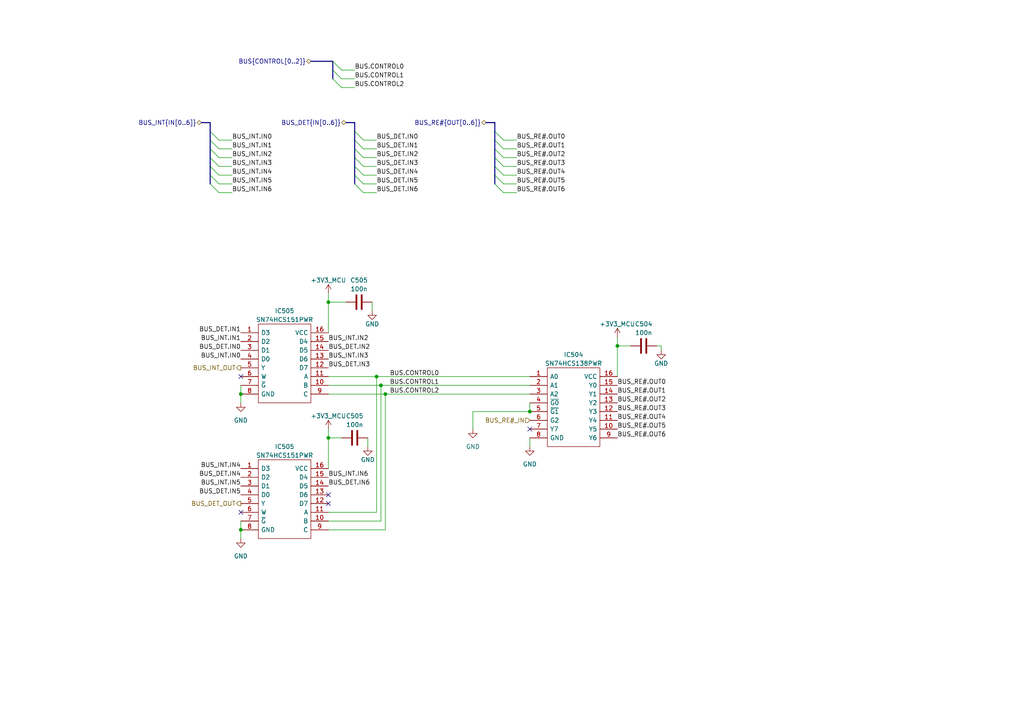
<source format=kicad_sch>
(kicad_sch (version 20221004) (generator eeschema)

  (uuid 157147ce-955a-4923-9a01-7e7ab0ffaa01)

  (paper "A4")

  (title_block
    (title "Bus interrupts, detection and resets")
    (date "2022-11-26")
  )

  (lib_symbols
    (symbol "Device:C" (pin_numbers hide) (pin_names (offset 0.254)) (in_bom yes) (on_board yes)
      (property "Reference" "C" (at 0.635 2.54 0)
        (effects (font (size 1.27 1.27)) (justify left))
      )
      (property "Value" "C" (at 0.635 -2.54 0)
        (effects (font (size 1.27 1.27)) (justify left))
      )
      (property "Footprint" "" (at 0.9652 -3.81 0)
        (effects (font (size 1.27 1.27)) hide)
      )
      (property "Datasheet" "~" (at 0 0 0)
        (effects (font (size 1.27 1.27)) hide)
      )
      (property "ki_keywords" "cap capacitor" (at 0 0 0)
        (effects (font (size 1.27 1.27)) hide)
      )
      (property "ki_description" "Unpolarized capacitor" (at 0 0 0)
        (effects (font (size 1.27 1.27)) hide)
      )
      (property "ki_fp_filters" "C_*" (at 0 0 0)
        (effects (font (size 1.27 1.27)) hide)
      )
      (symbol "C_0_1"
        (polyline
          (pts
            (xy -2.032 -0.762)
            (xy 2.032 -0.762)
          )
          (stroke (width 0.508) (type default))
          (fill (type none))
        )
        (polyline
          (pts
            (xy -2.032 0.762)
            (xy 2.032 0.762)
          )
          (stroke (width 0.508) (type default))
          (fill (type none))
        )
      )
      (symbol "C_1_1"
        (pin passive line (at 0 3.81 270) (length 2.794)
          (name "~" (effects (font (size 1.27 1.27))))
          (number "1" (effects (font (size 1.27 1.27))))
        )
        (pin passive line (at 0 -3.81 90) (length 2.794)
          (name "~" (effects (font (size 1.27 1.27))))
          (number "2" (effects (font (size 1.27 1.27))))
        )
      )
    )
    (symbol "SN74HCS138PWR:SN74HCS138PWR" (pin_names (offset 0.762)) (in_bom yes) (on_board yes)
      (property "Reference" "IC" (at 21.59 7.62 0)
        (effects (font (size 1.27 1.27)) (justify left))
      )
      (property "Value" "SN74HCS138PWR" (at 21.59 5.08 0)
        (effects (font (size 1.27 1.27)) (justify left))
      )
      (property "Footprint" "SOP65P640X120-16N" (at 21.59 2.54 0)
        (effects (font (size 1.27 1.27)) (justify left) hide)
      )
      (property "Datasheet" "https://www.ti.com/lit/gpn/sn74hcs138" (at 21.59 0 0)
        (effects (font (size 1.27 1.27)) (justify left) hide)
      )
      (property "Description" "Encoders, Decoders, Multiplexers & Demultiplexers 3-line to 8-line decoders/demultiplexer 16-TSSOP -40 to 125" (at 21.59 -2.54 0)
        (effects (font (size 1.27 1.27)) (justify left) hide)
      )
      (property "Height" "1.2" (at 21.59 -5.08 0)
        (effects (font (size 1.27 1.27)) (justify left) hide)
      )
      (property "Manufacturer_Name" "Texas Instruments" (at 21.59 -7.62 0)
        (effects (font (size 1.27 1.27)) (justify left) hide)
      )
      (property "Manufacturer_Part_Number" "SN74HCS138PWR" (at 21.59 -10.16 0)
        (effects (font (size 1.27 1.27)) (justify left) hide)
      )
      (property "Mouser Part Number" "595-SN74HCS138PWR" (at 21.59 -12.7 0)
        (effects (font (size 1.27 1.27)) (justify left) hide)
      )
      (property "Mouser Price/Stock" "https://www.mouser.co.uk/ProductDetail/Texas-Instruments/SN74HCS138PWR?qs=DPoM0jnrROWeaotPs36QqA%3D%3D" (at 21.59 -15.24 0)
        (effects (font (size 1.27 1.27)) (justify left) hide)
      )
      (property "Arrow Part Number" "SN74HCS138PWR" (at 21.59 -17.78 0)
        (effects (font (size 1.27 1.27)) (justify left) hide)
      )
      (property "Arrow Price/Stock" "https://www.arrow.com/en/products/sn74hcs138pwr/texas-instruments" (at 21.59 -20.32 0)
        (effects (font (size 1.27 1.27)) (justify left) hide)
      )
      (property "ki_description" "Encoders, Decoders, Multiplexers & Demultiplexers 3-line to 8-line decoders/demultiplexer 16-TSSOP -40 to 125" (at 0 0 0)
        (effects (font (size 1.27 1.27)) hide)
      )
      (symbol "SN74HCS138PWR_0_0"
        (pin passive line (at 0 0 0) (length 5.08)
          (name "A0" (effects (font (size 1.27 1.27))))
          (number "1" (effects (font (size 1.27 1.27))))
        )
        (pin passive line (at 25.4 -15.24 180) (length 5.08)
          (name "Y5" (effects (font (size 1.27 1.27))))
          (number "10" (effects (font (size 1.27 1.27))))
        )
        (pin passive line (at 25.4 -12.7 180) (length 5.08)
          (name "Y4" (effects (font (size 1.27 1.27))))
          (number "11" (effects (font (size 1.27 1.27))))
        )
        (pin passive line (at 25.4 -10.16 180) (length 5.08)
          (name "Y3" (effects (font (size 1.27 1.27))))
          (number "12" (effects (font (size 1.27 1.27))))
        )
        (pin passive line (at 25.4 -7.62 180) (length 5.08)
          (name "Y2" (effects (font (size 1.27 1.27))))
          (number "13" (effects (font (size 1.27 1.27))))
        )
        (pin passive line (at 25.4 -5.08 180) (length 5.08)
          (name "Y1" (effects (font (size 1.27 1.27))))
          (number "14" (effects (font (size 1.27 1.27))))
        )
        (pin passive line (at 25.4 -2.54 180) (length 5.08)
          (name "Y0" (effects (font (size 1.27 1.27))))
          (number "15" (effects (font (size 1.27 1.27))))
        )
        (pin passive line (at 25.4 0 180) (length 5.08)
          (name "VCC" (effects (font (size 1.27 1.27))))
          (number "16" (effects (font (size 1.27 1.27))))
        )
        (pin passive line (at 0 -2.54 0) (length 5.08)
          (name "A1" (effects (font (size 1.27 1.27))))
          (number "2" (effects (font (size 1.27 1.27))))
        )
        (pin passive line (at 0 -5.08 0) (length 5.08)
          (name "A2" (effects (font (size 1.27 1.27))))
          (number "3" (effects (font (size 1.27 1.27))))
        )
        (pin passive line (at 0 -7.62 0) (length 5.08)
          (name "~{G0}" (effects (font (size 1.27 1.27))))
          (number "4" (effects (font (size 1.27 1.27))))
        )
        (pin passive line (at 0 -10.16 0) (length 5.08)
          (name "~{G1}" (effects (font (size 1.27 1.27))))
          (number "5" (effects (font (size 1.27 1.27))))
        )
        (pin passive line (at 0 -12.7 0) (length 5.08)
          (name "G2" (effects (font (size 1.27 1.27))))
          (number "6" (effects (font (size 1.27 1.27))))
        )
        (pin passive line (at 0 -15.24 0) (length 5.08)
          (name "Y7" (effects (font (size 1.27 1.27))))
          (number "7" (effects (font (size 1.27 1.27))))
        )
        (pin passive line (at 0 -17.78 0) (length 5.08)
          (name "GND" (effects (font (size 1.27 1.27))))
          (number "8" (effects (font (size 1.27 1.27))))
        )
        (pin passive line (at 25.4 -17.78 180) (length 5.08)
          (name "Y6" (effects (font (size 1.27 1.27))))
          (number "9" (effects (font (size 1.27 1.27))))
        )
      )
      (symbol "SN74HCS138PWR_0_1"
        (polyline
          (pts
            (xy 5.08 2.54)
            (xy 20.32 2.54)
            (xy 20.32 -20.32)
            (xy 5.08 -20.32)
            (xy 5.08 2.54)
          )
          (stroke (width 0.1524) (type solid))
          (fill (type none))
        )
      )
    )
    (symbol "SN74HCS151PWR:SN74HCS151PWR" (pin_names (offset 0.762)) (in_bom yes) (on_board yes)
      (property "Reference" "IC" (at 21.59 7.62 0)
        (effects (font (size 1.27 1.27)) (justify left))
      )
      (property "Value" "SN74HCS151PWR" (at 21.59 5.08 0)
        (effects (font (size 1.27 1.27)) (justify left))
      )
      (property "Footprint" "SOP65P640X120-16N" (at 21.59 2.54 0)
        (effects (font (size 1.27 1.27)) (justify left) hide)
      )
      (property "Datasheet" "https://www.ti.com/lit/ds/symlink/sn74hcs151.pdf?ts=1603161259838&ref_url=https%253A%252F%252Fwww.ti.com%252Fstore%252Fti%252Fen%252Fsearch%252F%253Ftext%253DSN74HCS151PWR%2526searchType%253D" (at 21.59 0 0)
        (effects (font (size 1.27 1.27)) (justify left) hide)
      )
      (property "Description" "Encoders, Decoders, Multiplexers & Demultiplexers 8-line to 1-line data selectors/multiplexers 16-TSSOP -40 to 125" (at 21.59 -2.54 0)
        (effects (font (size 1.27 1.27)) (justify left) hide)
      )
      (property "Height" "1.2" (at 21.59 -5.08 0)
        (effects (font (size 1.27 1.27)) (justify left) hide)
      )
      (property "Manufacturer_Name" "Texas Instruments" (at 21.59 -7.62 0)
        (effects (font (size 1.27 1.27)) (justify left) hide)
      )
      (property "Manufacturer_Part_Number" "SN74HCS151PWR" (at 21.59 -10.16 0)
        (effects (font (size 1.27 1.27)) (justify left) hide)
      )
      (property "Mouser Part Number" "595-SN74HCS151PWR" (at 21.59 -12.7 0)
        (effects (font (size 1.27 1.27)) (justify left) hide)
      )
      (property "Mouser Price/Stock" "https://www.mouser.co.uk/ProductDetail/Texas-Instruments/SN74HCS151PWR?qs=zW32dvEIR3ueZaxDUqCoEw%3D%3D" (at 21.59 -15.24 0)
        (effects (font (size 1.27 1.27)) (justify left) hide)
      )
      (property "Arrow Part Number" "SN74HCS151PWR" (at 21.59 -17.78 0)
        (effects (font (size 1.27 1.27)) (justify left) hide)
      )
      (property "Arrow Price/Stock" "https://www.arrow.com/en/products/sn74hcs151pwr/texas-instruments?region=nac" (at 21.59 -20.32 0)
        (effects (font (size 1.27 1.27)) (justify left) hide)
      )
      (property "ki_description" "Encoders, Decoders, Multiplexers & Demultiplexers 8-line to 1-line data selectors/multiplexers 16-TSSOP -40 to 125" (at 0 0 0)
        (effects (font (size 1.27 1.27)) hide)
      )
      (symbol "SN74HCS151PWR_0_0"
        (pin passive line (at 0 0 0) (length 5.08)
          (name "D3" (effects (font (size 1.27 1.27))))
          (number "1" (effects (font (size 1.27 1.27))))
        )
        (pin passive line (at 25.4 -15.24 180) (length 5.08)
          (name "B" (effects (font (size 1.27 1.27))))
          (number "10" (effects (font (size 1.27 1.27))))
        )
        (pin passive line (at 25.4 -12.7 180) (length 5.08)
          (name "A" (effects (font (size 1.27 1.27))))
          (number "11" (effects (font (size 1.27 1.27))))
        )
        (pin passive line (at 25.4 -10.16 180) (length 5.08)
          (name "D7" (effects (font (size 1.27 1.27))))
          (number "12" (effects (font (size 1.27 1.27))))
        )
        (pin passive line (at 25.4 -7.62 180) (length 5.08)
          (name "D6" (effects (font (size 1.27 1.27))))
          (number "13" (effects (font (size 1.27 1.27))))
        )
        (pin passive line (at 25.4 -5.08 180) (length 5.08)
          (name "D5" (effects (font (size 1.27 1.27))))
          (number "14" (effects (font (size 1.27 1.27))))
        )
        (pin passive line (at 25.4 -2.54 180) (length 5.08)
          (name "D4" (effects (font (size 1.27 1.27))))
          (number "15" (effects (font (size 1.27 1.27))))
        )
        (pin passive line (at 25.4 0 180) (length 5.08)
          (name "VCC" (effects (font (size 1.27 1.27))))
          (number "16" (effects (font (size 1.27 1.27))))
        )
        (pin passive line (at 0 -2.54 0) (length 5.08)
          (name "D2" (effects (font (size 1.27 1.27))))
          (number "2" (effects (font (size 1.27 1.27))))
        )
        (pin passive line (at 0 -5.08 0) (length 5.08)
          (name "D1" (effects (font (size 1.27 1.27))))
          (number "3" (effects (font (size 1.27 1.27))))
        )
        (pin passive line (at 0 -7.62 0) (length 5.08)
          (name "D0" (effects (font (size 1.27 1.27))))
          (number "4" (effects (font (size 1.27 1.27))))
        )
        (pin passive line (at 0 -10.16 0) (length 5.08)
          (name "Y" (effects (font (size 1.27 1.27))))
          (number "5" (effects (font (size 1.27 1.27))))
        )
        (pin passive line (at 0 -12.7 0) (length 5.08)
          (name "W" (effects (font (size 1.27 1.27))))
          (number "6" (effects (font (size 1.27 1.27))))
        )
        (pin passive line (at 0 -15.24 0) (length 5.08)
          (name "~{G}" (effects (font (size 1.27 1.27))))
          (number "7" (effects (font (size 1.27 1.27))))
        )
        (pin passive line (at 0 -17.78 0) (length 5.08)
          (name "GND" (effects (font (size 1.27 1.27))))
          (number "8" (effects (font (size 1.27 1.27))))
        )
        (pin passive line (at 25.4 -17.78 180) (length 5.08)
          (name "C" (effects (font (size 1.27 1.27))))
          (number "9" (effects (font (size 1.27 1.27))))
        )
      )
      (symbol "SN74HCS151PWR_0_1"
        (polyline
          (pts
            (xy 5.08 2.54)
            (xy 20.32 2.54)
            (xy 20.32 -20.32)
            (xy 5.08 -20.32)
            (xy 5.08 2.54)
          )
          (stroke (width 0.1524) (type solid))
          (fill (type none))
        )
      )
    )
    (symbol "power:GND" (power) (pin_names (offset 0)) (in_bom yes) (on_board yes)
      (property "Reference" "#PWR" (at 0 -6.35 0)
        (effects (font (size 1.27 1.27)) hide)
      )
      (property "Value" "GND" (at 0 -3.81 0)
        (effects (font (size 1.27 1.27)))
      )
      (property "Footprint" "" (at 0 0 0)
        (effects (font (size 1.27 1.27)) hide)
      )
      (property "Datasheet" "" (at 0 0 0)
        (effects (font (size 1.27 1.27)) hide)
      )
      (property "ki_keywords" "power-flag" (at 0 0 0)
        (effects (font (size 1.27 1.27)) hide)
      )
      (property "ki_description" "Power symbol creates a global label with name \"GND\" , ground" (at 0 0 0)
        (effects (font (size 1.27 1.27)) hide)
      )
      (symbol "GND_0_1"
        (polyline
          (pts
            (xy 0 0)
            (xy 0 -1.27)
            (xy 1.27 -1.27)
            (xy 0 -2.54)
            (xy -1.27 -1.27)
            (xy 0 -1.27)
          )
          (stroke (width 0) (type default))
          (fill (type none))
        )
      )
      (symbol "GND_1_1"
        (pin power_in line (at 0 0 270) (length 0) hide
          (name "GND" (effects (font (size 1.27 1.27))))
          (number "1" (effects (font (size 1.27 1.27))))
        )
      )
    )
    (symbol "project_power:+3V3_MCU" (power) (pin_names (offset 0)) (in_bom yes) (on_board yes)
      (property "Reference" "#PWR" (at 0 -3.81 0)
        (effects (font (size 1.27 1.27)) hide)
      )
      (property "Value" "+3V3_MCU" (at 0 3.556 0)
        (effects (font (size 1.27 1.27)))
      )
      (property "Footprint" "" (at 0 0 0)
        (effects (font (size 1.27 1.27)) hide)
      )
      (property "Datasheet" "" (at 0 0 0)
        (effects (font (size 1.27 1.27)) hide)
      )
      (property "ki_keywords" "power-flag" (at 0 0 0)
        (effects (font (size 1.27 1.27)) hide)
      )
      (property "ki_description" "Power symbol creates a global label with name \"+3V3_MCU\"" (at 0 0 0)
        (effects (font (size 1.27 1.27)) hide)
      )
      (symbol "+3V3_MCU_0_1"
        (polyline
          (pts
            (xy -0.762 1.27)
            (xy 0 2.54)
          )
          (stroke (width 0) (type default))
          (fill (type none))
        )
        (polyline
          (pts
            (xy 0 0)
            (xy 0 2.54)
          )
          (stroke (width 0) (type default))
          (fill (type none))
        )
        (polyline
          (pts
            (xy 0 2.54)
            (xy 0.762 1.27)
          )
          (stroke (width 0) (type default))
          (fill (type none))
        )
      )
      (symbol "+3V3_MCU_1_1"
        (pin power_in line (at 0 0 90) (length 0) hide
          (name "+3V3_MCU" (effects (font (size 1.27 1.27))))
          (number "1" (effects (font (size 1.27 1.27))))
        )
      )
    )
  )

  (junction (at 95.25 87.63) (diameter 0) (color 0 0 0 0)
    (uuid 112b5289-3119-4a67-bccb-f1552fbeae25)
  )
  (junction (at 111.76 114.3) (diameter 0) (color 0 0 0 0)
    (uuid 238381f7-8b4a-4bb9-92b4-5ab8f1922f6d)
  )
  (junction (at 109.22 109.22) (diameter 0) (color 0 0 0 0)
    (uuid 24652876-2344-4cf3-b4c7-eead7b4a7a79)
  )
  (junction (at 69.85 114.3) (diameter 0) (color 0 0 0 0)
    (uuid 3c97c27d-eff1-465d-87c8-1049d2e685e9)
  )
  (junction (at 179.07 100.33) (diameter 0) (color 0 0 0 0)
    (uuid 633a083e-6548-4a5f-882e-6e59c972d8d8)
  )
  (junction (at 69.85 153.67) (diameter 0) (color 0 0 0 0)
    (uuid 7a654d5e-c17e-43c0-98b2-88e8ac31dd0c)
  )
  (junction (at 110.49 111.76) (diameter 0) (color 0 0 0 0)
    (uuid b4e6cfe3-55f0-453d-86de-c313e46a8d32)
  )
  (junction (at 95.25 127) (diameter 0) (color 0 0 0 0)
    (uuid bffb6e81-0ed2-4a39-b642-4ec28ce021a4)
  )
  (junction (at 153.67 119.38) (diameter 0) (color 0 0 0 0)
    (uuid c75ba32a-c85f-4a84-9684-7f7141194f26)
  )

  (no_connect (at 95.25 146.05) (uuid 137d5552-e723-4afb-916b-3b68a822aaf6))
  (no_connect (at 69.85 109.22) (uuid 13eac443-fc1b-4c43-a135-bcc4c987aaad))
  (no_connect (at 153.67 124.46) (uuid 4700d879-1d5b-470b-8355-d78cfb3e33f7))
  (no_connect (at 95.25 143.51) (uuid b6083525-7d64-4fb3-afce-38ac5ca1af1b))
  (no_connect (at 69.85 148.59) (uuid d4940a2a-80c8-49ff-95f2-cc32532dce7b))

  (bus_entry (at 60.96 38.1) (size 2.54 2.54)
    (stroke (width 0) (type default))
    (uuid 09ab635e-ad40-4d0f-95c7-86bebb85b9ca)
  )
  (bus_entry (at 60.96 40.64) (size 2.54 2.54)
    (stroke (width 0) (type default))
    (uuid 0b1e649a-a6d9-4fac-a630-5db54742c2fa)
  )
  (bus_entry (at 143.51 50.8) (size 2.54 2.54)
    (stroke (width 0) (type default))
    (uuid 0d4ff107-f516-42a9-8632-320e7bf21a91)
  )
  (bus_entry (at 102.87 48.26) (size 2.54 2.54)
    (stroke (width 0) (type default))
    (uuid 26086b68-ce47-46bb-988b-d298f45e56e3)
  )
  (bus_entry (at 143.51 53.34) (size 2.54 2.54)
    (stroke (width 0) (type default))
    (uuid 27e5d4e9-59a6-43dc-a4a8-a575e4672c0c)
  )
  (bus_entry (at 143.51 48.26) (size 2.54 2.54)
    (stroke (width 0) (type default))
    (uuid 2f7d77b7-9e65-4b82-9d36-3c36fd3fc6b1)
  )
  (bus_entry (at 60.96 53.34) (size 2.54 2.54)
    (stroke (width 0) (type default))
    (uuid 3b2dd98f-9e4e-482e-a431-3e994d11ee79)
  )
  (bus_entry (at 102.87 50.8) (size 2.54 2.54)
    (stroke (width 0) (type default))
    (uuid 40b95213-4183-4a26-822e-ab9da00fab6a)
  )
  (bus_entry (at 60.96 43.18) (size 2.54 2.54)
    (stroke (width 0) (type default))
    (uuid 5649cbc2-c2b0-4c2f-94d6-2ceca79e9ff0)
  )
  (bus_entry (at 143.51 43.18) (size 2.54 2.54)
    (stroke (width 0) (type default))
    (uuid 5c81fc0c-45b5-4a10-a1df-fa6611589659)
  )
  (bus_entry (at 143.51 45.72) (size 2.54 2.54)
    (stroke (width 0) (type default))
    (uuid 62283d03-4cf2-4255-89b2-a38f8aa247c1)
  )
  (bus_entry (at 102.87 40.64) (size 2.54 2.54)
    (stroke (width 0) (type default))
    (uuid 6f8bcf6e-e748-45b5-9144-91b240bdeeb0)
  )
  (bus_entry (at 102.87 38.1) (size 2.54 2.54)
    (stroke (width 0) (type default))
    (uuid 859e17ab-c532-44e1-b1c3-8cd8b6e8d2df)
  )
  (bus_entry (at 102.87 53.34) (size 2.54 2.54)
    (stroke (width 0) (type default))
    (uuid 88f197e4-db89-4b92-a4f7-59b76d926b2f)
  )
  (bus_entry (at 96.52 17.78) (size 2.54 2.54)
    (stroke (width 0) (type default))
    (uuid 8f443ac1-e4ce-4345-bd5c-62b41fd72496)
  )
  (bus_entry (at 60.96 50.8) (size 2.54 2.54)
    (stroke (width 0) (type default))
    (uuid a1f5cdd8-5e51-49da-b257-53b63ad709e7)
  )
  (bus_entry (at 96.52 20.32) (size 2.54 2.54)
    (stroke (width 0) (type default))
    (uuid aeab80e9-0797-4d50-a524-e6e353899990)
  )
  (bus_entry (at 102.87 45.72) (size 2.54 2.54)
    (stroke (width 0) (type default))
    (uuid cbebbf23-8d52-4a77-94e7-836da4a7b550)
  )
  (bus_entry (at 60.96 45.72) (size 2.54 2.54)
    (stroke (width 0) (type default))
    (uuid cd434917-f074-48ec-b74e-e06533cb5d6b)
  )
  (bus_entry (at 143.51 40.64) (size 2.54 2.54)
    (stroke (width 0) (type default))
    (uuid d4d581c4-6400-4633-a526-4a77a9387174)
  )
  (bus_entry (at 143.51 38.1) (size 2.54 2.54)
    (stroke (width 0) (type default))
    (uuid ee04ea21-7258-4b48-8dc7-1395a91298fa)
  )
  (bus_entry (at 96.52 22.86) (size 2.54 2.54)
    (stroke (width 0) (type default))
    (uuid f041ad7d-929f-48e7-b69c-5f3c41896779)
  )
  (bus_entry (at 60.96 48.26) (size 2.54 2.54)
    (stroke (width 0) (type default))
    (uuid f1c87e9e-2da1-4302-aa19-f90a5afc73e3)
  )
  (bus_entry (at 102.87 43.18) (size 2.54 2.54)
    (stroke (width 0) (type default))
    (uuid f74c5053-e4d7-4832-a410-4a6c126b8b16)
  )

  (wire (pts (xy 105.41 45.72) (xy 109.22 45.72))
    (stroke (width 0) (type default))
    (uuid 03a8e566-5837-4348-bb72-57de3645b0b0)
  )
  (bus (pts (xy 143.51 53.34) (xy 143.51 50.8))
    (stroke (width 0) (type default))
    (uuid 03c730a1-f3b1-4d5c-9a29-97b864789868)
  )

  (wire (pts (xy 69.85 114.3) (xy 69.85 116.84))
    (stroke (width 0) (type default))
    (uuid 03d035ef-9427-401f-a68b-3c6d2c4339f5)
  )
  (bus (pts (xy 96.52 20.32) (xy 96.52 22.86))
    (stroke (width 0) (type default))
    (uuid 08994573-8b44-45f7-ab6b-753e15312128)
  )

  (wire (pts (xy 110.49 111.76) (xy 110.49 151.13))
    (stroke (width 0) (type default))
    (uuid 0ead2ec2-8f04-4f4a-8dd5-ab6f014a2405)
  )
  (wire (pts (xy 153.67 129.54) (xy 153.67 127))
    (stroke (width 0) (type default))
    (uuid 0eb719d0-692d-4719-9a66-762ea09e3b59)
  )
  (wire (pts (xy 105.41 40.64) (xy 109.22 40.64))
    (stroke (width 0) (type default))
    (uuid 0ee4dd44-317c-4324-ae4e-7120ef617c7a)
  )
  (wire (pts (xy 179.07 100.33) (xy 182.88 100.33))
    (stroke (width 0) (type default))
    (uuid 173b4dde-b38d-4663-90a5-478ed4560700)
  )
  (bus (pts (xy 143.51 38.1) (xy 143.51 40.64))
    (stroke (width 0) (type default))
    (uuid 1928338a-5218-4ac9-abd0-960cee2286e5)
  )
  (bus (pts (xy 143.51 35.56) (xy 143.51 38.1))
    (stroke (width 0) (type default))
    (uuid 1db53631-dfea-424c-97e4-ce53b23c8b60)
  )

  (wire (pts (xy 191.77 100.33) (xy 191.77 101.6))
    (stroke (width 0) (type default))
    (uuid 1e46991e-1b4d-4dd2-922c-9aaa301bbd6a)
  )
  (wire (pts (xy 105.41 50.8) (xy 109.22 50.8))
    (stroke (width 0) (type default))
    (uuid 272dbb44-93aa-439a-b6e8-7df003f99d3e)
  )
  (wire (pts (xy 110.49 111.76) (xy 153.67 111.76))
    (stroke (width 0) (type default))
    (uuid 27719542-a1f3-49c2-92a8-3819a94bf9d3)
  )
  (bus (pts (xy 102.87 43.18) (xy 102.87 40.64))
    (stroke (width 0) (type default))
    (uuid 29260d9f-97e5-4dbd-8da1-4943ecb6d6be)
  )

  (wire (pts (xy 111.76 114.3) (xy 111.76 153.67))
    (stroke (width 0) (type default))
    (uuid 2d2a8afb-d367-4417-8cf7-70150a2cea62)
  )
  (bus (pts (xy 60.96 50.8) (xy 60.96 48.26))
    (stroke (width 0) (type default))
    (uuid 31ae5f92-0b96-46fb-ae96-ffdfb03741a6)
  )
  (bus (pts (xy 102.87 35.56) (xy 102.87 38.1))
    (stroke (width 0) (type default))
    (uuid 321617d6-5bd5-422f-ae44-2c2f2d5de64a)
  )
  (bus (pts (xy 143.51 45.72) (xy 143.51 43.18))
    (stroke (width 0) (type default))
    (uuid 330cda43-9130-437e-866d-07c737a44a46)
  )

  (wire (pts (xy 95.25 96.52) (xy 95.25 87.63))
    (stroke (width 0) (type default))
    (uuid 338bf3be-3a5f-4792-9f7a-48e4454849e3)
  )
  (wire (pts (xy 63.5 48.26) (xy 67.31 48.26))
    (stroke (width 0) (type default))
    (uuid 37547396-9c70-4c08-b663-24d73db79773)
  )
  (bus (pts (xy 140.97 35.56) (xy 143.51 35.56))
    (stroke (width 0) (type default))
    (uuid 38652d34-3dd8-4e56-9496-d760bc4a4893)
  )

  (wire (pts (xy 95.25 111.76) (xy 110.49 111.76))
    (stroke (width 0) (type default))
    (uuid 3a54bccf-b3fe-4e7c-a9cb-38747ff25d50)
  )
  (wire (pts (xy 146.05 45.72) (xy 149.86 45.72))
    (stroke (width 0) (type default))
    (uuid 3b6b2c97-99a7-43b9-a110-b83fb6774134)
  )
  (wire (pts (xy 95.25 135.89) (xy 95.25 127))
    (stroke (width 0) (type default))
    (uuid 3dbf2acb-fab7-4eb5-b582-f071523534ab)
  )
  (wire (pts (xy 137.16 124.46) (xy 137.16 119.38))
    (stroke (width 0) (type default))
    (uuid 49dd05fd-c482-41a6-bac6-96d92273f231)
  )
  (wire (pts (xy 109.22 148.59) (xy 95.25 148.59))
    (stroke (width 0) (type default))
    (uuid 4a12dfac-df99-48b1-b737-61b79846d2aa)
  )
  (wire (pts (xy 95.25 124.46) (xy 95.25 127))
    (stroke (width 0) (type default))
    (uuid 5108c28c-fc68-4805-ba3e-f1d22856c09a)
  )
  (wire (pts (xy 146.05 40.64) (xy 149.86 40.64))
    (stroke (width 0) (type default))
    (uuid 5254b637-e5a3-4aa7-9379-278779bd573e)
  )
  (wire (pts (xy 63.5 50.8) (xy 67.31 50.8))
    (stroke (width 0) (type default))
    (uuid 53e34dcc-643c-41db-92c6-32d5f75042ed)
  )
  (wire (pts (xy 111.76 153.67) (xy 95.25 153.67))
    (stroke (width 0) (type default))
    (uuid 57f9a949-1863-4f75-939e-c1ae7088d19d)
  )
  (wire (pts (xy 69.85 151.13) (xy 69.85 153.67))
    (stroke (width 0) (type default))
    (uuid 5c42c983-dbad-45d7-9477-53c03dcfc4ce)
  )
  (wire (pts (xy 99.06 22.86) (xy 102.87 22.86))
    (stroke (width 0) (type default))
    (uuid 5c53802f-5019-47e6-a33a-da0d7f1edc2b)
  )
  (bus (pts (xy 102.87 53.34) (xy 102.87 50.8))
    (stroke (width 0) (type default))
    (uuid 60c333d9-5591-4dd4-b85a-62e2f1194d34)
  )

  (wire (pts (xy 146.05 43.18) (xy 149.86 43.18))
    (stroke (width 0) (type default))
    (uuid 66d08924-5573-4ddf-a91e-39de3ae6f573)
  )
  (wire (pts (xy 111.76 114.3) (xy 153.67 114.3))
    (stroke (width 0) (type default))
    (uuid 69900ebe-76a9-458a-b6d0-ab2005f01f84)
  )
  (wire (pts (xy 190.5 100.33) (xy 191.77 100.33))
    (stroke (width 0) (type default))
    (uuid 72f5ccdf-4e79-4017-bac0-0ec15c1fab6b)
  )
  (wire (pts (xy 95.25 114.3) (xy 111.76 114.3))
    (stroke (width 0) (type default))
    (uuid 75b31cff-2f97-4633-90ec-315d3a9183e2)
  )
  (wire (pts (xy 63.5 45.72) (xy 67.31 45.72))
    (stroke (width 0) (type default))
    (uuid 75d4076d-85ae-452c-a4f0-39c27d946f5b)
  )
  (wire (pts (xy 95.25 87.63) (xy 100.33 87.63))
    (stroke (width 0) (type default))
    (uuid 7607de62-f1a8-4f35-ac1f-1f8bf4e1c3ec)
  )
  (wire (pts (xy 99.06 25.4) (xy 102.87 25.4))
    (stroke (width 0) (type default))
    (uuid 78990c1f-b51c-4742-9244-f14a40cfddd8)
  )
  (wire (pts (xy 106.68 127) (xy 106.68 129.54))
    (stroke (width 0) (type default))
    (uuid 7c7e2058-bda7-46bd-a1f7-1cd8b7b1a519)
  )
  (bus (pts (xy 58.42 35.56) (xy 60.96 35.56))
    (stroke (width 0) (type default))
    (uuid 8501a57f-17b3-4dd5-b37d-5aa3991fb862)
  )
  (bus (pts (xy 90.17 17.78) (xy 96.52 17.78))
    (stroke (width 0) (type default))
    (uuid 85c7a82c-9e4b-433d-9a1d-92f0c5480195)
  )

  (wire (pts (xy 179.07 97.79) (xy 179.07 100.33))
    (stroke (width 0) (type default))
    (uuid 8e261958-4012-414a-bd3a-3b5bf0a7b40d)
  )
  (bus (pts (xy 102.87 38.1) (xy 102.87 40.64))
    (stroke (width 0) (type default))
    (uuid 8e64ea97-9c5a-48e4-87c8-cbff3eabcea2)
  )

  (wire (pts (xy 63.5 53.34) (xy 67.31 53.34))
    (stroke (width 0) (type default))
    (uuid 90a15752-8442-4f84-8ae3-bc442d236a51)
  )
  (bus (pts (xy 60.96 53.34) (xy 60.96 50.8))
    (stroke (width 0) (type default))
    (uuid 9c584ecd-c02b-41af-ba77-b4c05d3dd049)
  )

  (wire (pts (xy 179.07 100.33) (xy 179.07 109.22))
    (stroke (width 0) (type default))
    (uuid 9eaa2544-ec60-43ca-9361-cde4827edc5f)
  )
  (bus (pts (xy 102.87 50.8) (xy 102.87 48.26))
    (stroke (width 0) (type default))
    (uuid 9ee6841b-d3db-4ad3-ab9e-7adf361ec62f)
  )
  (bus (pts (xy 143.51 43.18) (xy 143.51 40.64))
    (stroke (width 0) (type default))
    (uuid a6ea8ce1-c458-4410-8691-6bdff9a25196)
  )

  (wire (pts (xy 105.41 43.18) (xy 109.22 43.18))
    (stroke (width 0) (type default))
    (uuid a7bf8e2b-7129-4eef-ba39-b5473ec27feb)
  )
  (wire (pts (xy 63.5 43.18) (xy 67.31 43.18))
    (stroke (width 0) (type default))
    (uuid a9a510d1-6786-40ff-9320-216a2a28c88c)
  )
  (bus (pts (xy 143.51 48.26) (xy 143.51 45.72))
    (stroke (width 0) (type default))
    (uuid ad01c71e-bab0-4ddf-8ce3-395db8ab0315)
  )
  (bus (pts (xy 96.52 17.78) (xy 96.52 20.32))
    (stroke (width 0) (type default))
    (uuid aefd17d6-ad73-49a2-930c-add6b3acc5d9)
  )

  (wire (pts (xy 105.41 55.88) (xy 109.22 55.88))
    (stroke (width 0) (type default))
    (uuid b842b886-6005-46a3-9294-f02b0b01f13d)
  )
  (wire (pts (xy 63.5 40.64) (xy 67.31 40.64))
    (stroke (width 0) (type default))
    (uuid bb9f0383-b401-4c44-bf63-de1a1f698d82)
  )
  (wire (pts (xy 146.05 50.8) (xy 149.86 50.8))
    (stroke (width 0) (type default))
    (uuid c1203ab9-cb44-417f-87a4-1d2f87238fa7)
  )
  (wire (pts (xy 109.22 109.22) (xy 109.22 148.59))
    (stroke (width 0) (type default))
    (uuid c1ba417b-da27-46e3-bf32-2b12944b05ab)
  )
  (bus (pts (xy 60.96 45.72) (xy 60.96 43.18))
    (stroke (width 0) (type default))
    (uuid c32271e1-229d-48f4-8b1b-32cbe080eb60)
  )
  (bus (pts (xy 102.87 48.26) (xy 102.87 45.72))
    (stroke (width 0) (type default))
    (uuid c4522619-f6c2-4d8f-9b2a-0605526afaad)
  )
  (bus (pts (xy 60.96 43.18) (xy 60.96 40.64))
    (stroke (width 0) (type default))
    (uuid c6901bda-fc58-4669-ae02-94a18a7ccd7b)
  )

  (wire (pts (xy 146.05 48.26) (xy 149.86 48.26))
    (stroke (width 0) (type default))
    (uuid c6d0b4c6-91fd-49f4-b23b-7e8c478ce268)
  )
  (bus (pts (xy 60.96 38.1) (xy 60.96 40.64))
    (stroke (width 0) (type default))
    (uuid c9b9437b-614e-4daa-9047-e335c14d511d)
  )
  (bus (pts (xy 143.51 50.8) (xy 143.51 48.26))
    (stroke (width 0) (type default))
    (uuid cbafa39a-4808-4a40-91da-c2971ab3d926)
  )

  (wire (pts (xy 107.95 87.63) (xy 107.95 90.17))
    (stroke (width 0) (type default))
    (uuid cc8a66a8-69c0-4a3b-97d7-d091633dab65)
  )
  (wire (pts (xy 99.06 20.32) (xy 102.87 20.32))
    (stroke (width 0) (type default))
    (uuid cf9a1ff1-79b5-4b57-bc9b-f4f096f93dcd)
  )
  (wire (pts (xy 69.85 153.67) (xy 69.85 156.21))
    (stroke (width 0) (type default))
    (uuid d4d58631-af3e-4035-bde0-fa98548451e3)
  )
  (wire (pts (xy 146.05 53.34) (xy 149.86 53.34))
    (stroke (width 0) (type default))
    (uuid d50db36d-116e-45c1-a745-d6ca9f6f56a2)
  )
  (bus (pts (xy 100.33 35.56) (xy 102.87 35.56))
    (stroke (width 0) (type default))
    (uuid d70b1943-4ce3-4409-8ca9-8e5f17c8a66d)
  )

  (wire (pts (xy 69.85 111.76) (xy 69.85 114.3))
    (stroke (width 0) (type default))
    (uuid d8007962-a415-4709-afa6-eef589ceea9c)
  )
  (wire (pts (xy 95.25 85.09) (xy 95.25 87.63))
    (stroke (width 0) (type default))
    (uuid dc5b0daa-371d-47fa-97d5-3520d5bc399a)
  )
  (wire (pts (xy 105.41 53.34) (xy 109.22 53.34))
    (stroke (width 0) (type default))
    (uuid dd424664-9364-442c-915e-10c8f3959993)
  )
  (bus (pts (xy 60.96 48.26) (xy 60.96 45.72))
    (stroke (width 0) (type default))
    (uuid e07c1699-95d4-41fd-a462-89942885f202)
  )
  (bus (pts (xy 60.96 35.56) (xy 60.96 38.1))
    (stroke (width 0) (type default))
    (uuid e3247727-fd04-4b29-9808-b181106e893c)
  )

  (wire (pts (xy 95.25 127) (xy 99.06 127))
    (stroke (width 0) (type default))
    (uuid e5831864-be6e-4353-beee-5b793c7f33dc)
  )
  (wire (pts (xy 137.16 119.38) (xy 153.67 119.38))
    (stroke (width 0) (type default))
    (uuid ea32c3d5-4082-4436-a6c8-70dbb064e24f)
  )
  (wire (pts (xy 153.67 116.84) (xy 153.67 119.38))
    (stroke (width 0) (type default))
    (uuid ec1c75ef-a665-4f67-9cc8-dfaad9fa3de3)
  )
  (wire (pts (xy 63.5 55.88) (xy 67.31 55.88))
    (stroke (width 0) (type default))
    (uuid ed9f38cc-a424-4e85-86e9-938a044ce1cb)
  )
  (wire (pts (xy 109.22 109.22) (xy 153.67 109.22))
    (stroke (width 0) (type default))
    (uuid ef1f54a9-6a89-4a9b-8fc0-d5769c4c8709)
  )
  (wire (pts (xy 105.41 48.26) (xy 109.22 48.26))
    (stroke (width 0) (type default))
    (uuid ef51b6b4-5bde-4710-b368-80a9b290fb47)
  )
  (wire (pts (xy 110.49 151.13) (xy 95.25 151.13))
    (stroke (width 0) (type default))
    (uuid f5406347-a26e-456f-b177-f961cbd25706)
  )
  (bus (pts (xy 102.87 45.72) (xy 102.87 43.18))
    (stroke (width 0) (type default))
    (uuid f79dc8ea-36e1-4fb2-93b9-13b0a48c8020)
  )

  (wire (pts (xy 146.05 55.88) (xy 149.86 55.88))
    (stroke (width 0) (type default))
    (uuid fa6b81be-b37c-4124-9e6b-7fb0ce1d612f)
  )
  (wire (pts (xy 95.25 109.22) (xy 109.22 109.22))
    (stroke (width 0) (type default))
    (uuid fc303bbd-5209-4cd2-8528-e1a2ff767092)
  )

  (label "BUS_RE#.OUT3" (at 149.86 48.26 0) (fields_autoplaced)
    (effects (font (size 1.27 1.27)) (justify left bottom))
    (uuid 0015b5ee-d36e-41a1-be72-224538f5e825)
  )
  (label "BUS_DET.IN5" (at 109.22 53.34 0) (fields_autoplaced)
    (effects (font (size 1.27 1.27)) (justify left bottom))
    (uuid 050cc393-3ed7-499f-bbfc-aebc61cd2924)
  )
  (label "BUS_DET.IN0" (at 69.85 101.6 180) (fields_autoplaced)
    (effects (font (size 1.27 1.27)) (justify right bottom))
    (uuid 0555775f-5be6-4409-9dce-4a452a09f4b4)
  )
  (label "BUS_INT.IN0" (at 67.31 40.64 0) (fields_autoplaced)
    (effects (font (size 1.27 1.27)) (justify left bottom))
    (uuid 10051136-4f58-46cf-a537-77a8de206a51)
  )
  (label "BUS.CONTROL1" (at 113.03 111.76 0) (fields_autoplaced)
    (effects (font (size 1.27 1.27)) (justify left bottom))
    (uuid 1670aebb-6a2f-4242-b37a-5b8d2a48c19c)
  )
  (label "BUS_RE#.OUT0" (at 149.86 40.64 0) (fields_autoplaced)
    (effects (font (size 1.27 1.27)) (justify left bottom))
    (uuid 17a563ff-f3ba-4eae-8139-c38cb213072b)
  )
  (label "BUS_INT.IN3" (at 67.31 48.26 0) (fields_autoplaced)
    (effects (font (size 1.27 1.27)) (justify left bottom))
    (uuid 19db5a48-18e5-4c7b-b154-6169b93f6a03)
  )
  (label "BUS_RE#.OUT2" (at 179.07 116.84 0) (fields_autoplaced)
    (effects (font (size 1.27 1.27)) (justify left bottom))
    (uuid 211db0d8-3479-41a0-af13-c40078d7edd6)
  )
  (label "BUS_INT.IN2" (at 67.31 45.72 0) (fields_autoplaced)
    (effects (font (size 1.27 1.27)) (justify left bottom))
    (uuid 237f3b2d-c97d-4540-94ce-003d264de1a5)
  )
  (label "BUS_INT.IN4" (at 69.85 135.89 180) (fields_autoplaced)
    (effects (font (size 1.27 1.27)) (justify right bottom))
    (uuid 2cbf0d83-e433-4ebf-837a-70587083bacd)
  )
  (label "BUS.CONTROL0" (at 102.87 20.32 0) (fields_autoplaced)
    (effects (font (size 1.27 1.27)) (justify left bottom))
    (uuid 3661d449-20e3-4bb9-9f67-a8964ccbc3d6)
  )
  (label "BUS_RE#.OUT3" (at 179.07 119.38 0) (fields_autoplaced)
    (effects (font (size 1.27 1.27)) (justify left bottom))
    (uuid 3d52ce56-47b0-4c5a-8010-c2f57270ca89)
  )
  (label "BUS_INT.IN1" (at 67.31 43.18 0) (fields_autoplaced)
    (effects (font (size 1.27 1.27)) (justify left bottom))
    (uuid 3d52cf16-4455-48d3-abd4-60c796c13a51)
  )
  (label "BUS.CONTROL2" (at 113.03 114.3 0) (fields_autoplaced)
    (effects (font (size 1.27 1.27)) (justify left bottom))
    (uuid 4b2e5627-bbb1-4e55-8bf1-ea8a7c1e3032)
  )
  (label "BUS_DET.IN0" (at 109.22 40.64 0) (fields_autoplaced)
    (effects (font (size 1.27 1.27)) (justify left bottom))
    (uuid 50855f9d-bd35-424c-8a3e-2cd09358a4b0)
  )
  (label "BUS_DET.IN6" (at 109.22 55.88 0) (fields_autoplaced)
    (effects (font (size 1.27 1.27)) (justify left bottom))
    (uuid 565991e7-203e-4774-857d-af7003ae6def)
  )
  (label "BUS_RE#.OUT6" (at 179.07 127 0) (fields_autoplaced)
    (effects (font (size 1.27 1.27)) (justify left bottom))
    (uuid 5812cdd7-d3f3-42d8-9c72-34ccaab49541)
  )
  (label "BUS.CONTROL1" (at 102.87 22.86 0) (fields_autoplaced)
    (effects (font (size 1.27 1.27)) (justify left bottom))
    (uuid 6c5c0fbe-80c2-40ca-8d48-fb3de421f56c)
  )
  (label "BUS_DET.IN2" (at 109.22 45.72 0) (fields_autoplaced)
    (effects (font (size 1.27 1.27)) (justify left bottom))
    (uuid 6d2f78ae-6f2e-42e9-86f3-f39abac536b5)
  )
  (label "BUS_INT.IN3" (at 95.25 104.14 0) (fields_autoplaced)
    (effects (font (size 1.27 1.27)) (justify left bottom))
    (uuid 6d8849be-cc42-422b-98cf-a0c08775f63c)
  )
  (label "BUS_INT.IN4" (at 67.31 50.8 0) (fields_autoplaced)
    (effects (font (size 1.27 1.27)) (justify left bottom))
    (uuid 6f6e59f4-9a41-4341-b0cb-52a1aab0e324)
  )
  (label "BUS_DET.IN5" (at 69.85 143.51 180) (fields_autoplaced)
    (effects (font (size 1.27 1.27)) (justify right bottom))
    (uuid 74a1ba04-9a83-4a4e-a74e-d44a739d11fc)
  )
  (label "BUS_RE#.OUT1" (at 149.86 43.18 0) (fields_autoplaced)
    (effects (font (size 1.27 1.27)) (justify left bottom))
    (uuid 823a5474-cbe6-4f2f-9d58-df93d1623003)
  )
  (label "BUS_RE#.OUT5" (at 179.07 124.46 0) (fields_autoplaced)
    (effects (font (size 1.27 1.27)) (justify left bottom))
    (uuid 84afc6f1-13cb-4e63-9b59-cdae1505da96)
  )
  (label "BUS_DET.IN3" (at 95.25 106.68 0) (fields_autoplaced)
    (effects (font (size 1.27 1.27)) (justify left bottom))
    (uuid 866aa933-6eac-45f8-8f88-591073582798)
  )
  (label "BUS_DET.IN1" (at 109.22 43.18 0) (fields_autoplaced)
    (effects (font (size 1.27 1.27)) (justify left bottom))
    (uuid 8bcf247d-7d6e-4a10-9aa7-2eb4dee9c18f)
  )
  (label "BUS_DET.IN4" (at 109.22 50.8 0) (fields_autoplaced)
    (effects (font (size 1.27 1.27)) (justify left bottom))
    (uuid 90492e2c-f2a7-4aa1-b222-f50177e636a4)
  )
  (label "BUS_RE#.OUT0" (at 179.07 111.76 0) (fields_autoplaced)
    (effects (font (size 1.27 1.27)) (justify left bottom))
    (uuid 9b3be712-021f-4f19-86df-c15385f264ba)
  )
  (label "BUS_RE#.OUT4" (at 179.07 121.92 0) (fields_autoplaced)
    (effects (font (size 1.27 1.27)) (justify left bottom))
    (uuid 9c3a1141-46b1-44e1-a49b-16a3200c4dec)
  )
  (label "BUS_DET.IN1" (at 69.85 96.52 180) (fields_autoplaced)
    (effects (font (size 1.27 1.27)) (justify right bottom))
    (uuid 9ce4abc3-3a83-4152-866c-2040dc48d99f)
  )
  (label "BUS_INT.IN5" (at 69.85 140.97 180) (fields_autoplaced)
    (effects (font (size 1.27 1.27)) (justify right bottom))
    (uuid a3490d4f-e30e-4879-be29-6290bed23c6c)
  )
  (label "BUS_INT.IN0" (at 69.85 104.14 180) (fields_autoplaced)
    (effects (font (size 1.27 1.27)) (justify right bottom))
    (uuid a6a4cdb9-7587-4a13-aaab-0736873273d2)
  )
  (label "BUS_DET.IN2" (at 95.25 101.6 0) (fields_autoplaced)
    (effects (font (size 1.27 1.27)) (justify left bottom))
    (uuid b388dd6e-366f-45a6-828b-904f959ba615)
  )
  (label "BUS_RE#.OUT4" (at 149.86 50.8 0) (fields_autoplaced)
    (effects (font (size 1.27 1.27)) (justify left bottom))
    (uuid b5e65531-f286-4fbc-ab81-6f67b3c60cdb)
  )
  (label "BUS_INT.IN1" (at 69.85 99.06 180) (fields_autoplaced)
    (effects (font (size 1.27 1.27)) (justify right bottom))
    (uuid b8a6a63f-6bcd-4f21-ad5b-52161461f3ea)
  )
  (label "BUS_DET.IN3" (at 109.22 48.26 0) (fields_autoplaced)
    (effects (font (size 1.27 1.27)) (justify left bottom))
    (uuid be0ad144-2004-4ac3-b545-717bd8ab5259)
  )
  (label "BUS_RE#.OUT1" (at 179.07 114.3 0) (fields_autoplaced)
    (effects (font (size 1.27 1.27)) (justify left bottom))
    (uuid bff2833a-b4af-4ed5-8bea-ced5f3d5e943)
  )
  (label "BUS_DET.IN6" (at 95.25 140.97 0) (fields_autoplaced)
    (effects (font (size 1.27 1.27)) (justify left bottom))
    (uuid c060b3fd-673a-4501-84d3-754a3f061273)
  )
  (label "BUS.CONTROL0" (at 113.03 109.22 0) (fields_autoplaced)
    (effects (font (size 1.27 1.27)) (justify left bottom))
    (uuid c9ed5c29-a76a-41ee-a6fd-4c225bf98912)
  )
  (label "BUS_DET.IN4" (at 69.85 138.43 180) (fields_autoplaced)
    (effects (font (size 1.27 1.27)) (justify right bottom))
    (uuid cb9b2745-a38a-4036-aa6c-856522ebae0c)
  )
  (label "BUS_RE#.OUT6" (at 149.86 55.88 0) (fields_autoplaced)
    (effects (font (size 1.27 1.27)) (justify left bottom))
    (uuid d371b5f5-9067-4b3f-8fbf-cf003a2e1a83)
  )
  (label "BUS_RE#.OUT2" (at 149.86 45.72 0) (fields_autoplaced)
    (effects (font (size 1.27 1.27)) (justify left bottom))
    (uuid d7416bc8-80ef-4697-a900-495b81f189fc)
  )
  (label "BUS_INT.IN6" (at 95.25 138.43 0) (fields_autoplaced)
    (effects (font (size 1.27 1.27)) (justify left bottom))
    (uuid dd162719-8074-40a1-8b1e-c8d7d2c27594)
  )
  (label "BUS_RE#.OUT5" (at 149.86 53.34 0) (fields_autoplaced)
    (effects (font (size 1.27 1.27)) (justify left bottom))
    (uuid deeee840-3811-425a-b2f0-a6cddb27f5cc)
  )
  (label "BUS.CONTROL2" (at 102.87 25.4 0) (fields_autoplaced)
    (effects (font (size 1.27 1.27)) (justify left bottom))
    (uuid df58a7fe-8541-4442-ba11-6ebdd49d8a1e)
  )
  (label "BUS_INT.IN5" (at 67.31 53.34 0) (fields_autoplaced)
    (effects (font (size 1.27 1.27)) (justify left bottom))
    (uuid efa5317b-960f-4f62-84e2-c0d4fb6b26ad)
  )
  (label "BUS_INT.IN2" (at 95.25 99.06 0) (fields_autoplaced)
    (effects (font (size 1.27 1.27)) (justify left bottom))
    (uuid f5363f75-9e17-4988-af91-66dc94fbf8ac)
  )
  (label "BUS_INT.IN6" (at 67.31 55.88 0) (fields_autoplaced)
    (effects (font (size 1.27 1.27)) (justify left bottom))
    (uuid f69cf149-b9d1-49c3-9580-d5341de1b2b7)
  )

  (hierarchical_label "BUS_INT{IN[0..6]}" (shape bidirectional) (at 58.42 35.56 180) (fields_autoplaced)
    (effects (font (size 1.27 1.27)) (justify right))
    (uuid 13ab7ebc-bc03-47d8-94d7-ad06fd1b2ebb)
  )
  (hierarchical_label "BUS_DET_OUT" (shape output) (at 69.85 146.05 180) (fields_autoplaced)
    (effects (font (size 1.27 1.27)) (justify right))
    (uuid 5cc87567-ed85-4b08-9aab-1262bc752412)
  )
  (hierarchical_label "BUS_DET{IN[0..6]}" (shape bidirectional) (at 100.33 35.56 180) (fields_autoplaced)
    (effects (font (size 1.27 1.27)) (justify right))
    (uuid 633b5e2d-7ad9-4286-9f15-04bcd4190980)
  )
  (hierarchical_label "BUS{CONTROL[0..2]}" (shape bidirectional) (at 90.17 17.78 180) (fields_autoplaced)
    (effects (font (size 1.27 1.27)) (justify right))
    (uuid 750537e6-5719-4a65-9531-6376fafb96e1)
  )
  (hierarchical_label "BUS_RE#{OUT[0..6]}" (shape bidirectional) (at 140.97 35.56 180) (fields_autoplaced)
    (effects (font (size 1.27 1.27)) (justify right))
    (uuid 797d7de8-b6f6-4566-98a6-22f1b05a07ab)
  )
  (hierarchical_label "BUS_RE#_IN" (shape input) (at 153.67 121.92 180) (fields_autoplaced)
    (effects (font (size 1.27 1.27)) (justify right))
    (uuid 8ef5e636-8a03-4e72-89b2-fede195002c3)
  )
  (hierarchical_label "BUS_INT_OUT" (shape output) (at 69.85 106.68 180) (fields_autoplaced)
    (effects (font (size 1.27 1.27)) (justify right))
    (uuid a4bd5590-c6e9-44c6-9e0a-bdaea8b50469)
  )

  (symbol (lib_id "power:GND") (at 69.85 156.21 0) (unit 1)
    (in_bom yes) (on_board yes) (dnp no) (fields_autoplaced)
    (uuid 0a5f51da-3b4f-43b9-9b8a-f4da88e0776d)
    (property "Reference" "#PWR0518" (at 69.85 162.56 0)
      (effects (font (size 1.27 1.27)) hide)
    )
    (property "Value" "GND" (at 69.85 161.29 0)
      (effects (font (size 1.27 1.27)))
    )
    (property "Footprint" "" (at 69.85 156.21 0)
      (effects (font (size 1.27 1.27)) hide)
    )
    (property "Datasheet" "" (at 69.85 156.21 0)
      (effects (font (size 1.27 1.27)) hide)
    )
    (pin "1" (uuid 1433d195-05a9-42a1-a735-92eae19c3f57))
    (instances
      (project "mainboard"
        (path "/e63e39d7-6ac0-4ffd-8aa3-1841a4541b55/ee636c63-5fee-42d9-b500-aef9f04ef5c4"
          (reference "#PWR0518") (unit 1) (value "GND") (footprint "")
        )
        (path "/e63e39d7-6ac0-4ffd-8aa3-1841a4541b55/ee636c63-5fee-42d9-b500-aef9f04ef5c4/e2a0288b-5594-4970-9369-10c890ff0b60"
          (reference "#PWR0518") (unit 1) (value "GND") (footprint "")
        )
      )
    )
  )

  (symbol (lib_id "power:GND") (at 191.77 101.6 0) (unit 1)
    (in_bom yes) (on_board yes) (dnp no)
    (uuid 0afe76a7-42a8-422b-baaf-e07620a6f070)
    (property "Reference" "#PWR0515" (at 191.77 107.95 0)
      (effects (font (size 1.27 1.27)) hide)
    )
    (property "Value" "GND" (at 191.77 105.41 0)
      (effects (font (size 1.27 1.27)))
    )
    (property "Footprint" "" (at 191.77 101.6 0)
      (effects (font (size 1.27 1.27)) hide)
    )
    (property "Datasheet" "" (at 191.77 101.6 0)
      (effects (font (size 1.27 1.27)) hide)
    )
    (pin "1" (uuid ea9863a1-7460-4bd6-a995-e93ad5a64673))
    (instances
      (project "mainboard"
        (path "/e63e39d7-6ac0-4ffd-8aa3-1841a4541b55/ee636c63-5fee-42d9-b500-aef9f04ef5c4"
          (reference "#PWR0515") (unit 1) (value "GND") (footprint "")
        )
        (path "/e63e39d7-6ac0-4ffd-8aa3-1841a4541b55/ee636c63-5fee-42d9-b500-aef9f04ef5c4/e2a0288b-5594-4970-9369-10c890ff0b60"
          (reference "#PWR0515") (unit 1) (value "GND") (footprint "")
        )
      )
    )
  )

  (symbol (lib_id "power:GND") (at 106.68 129.54 0) (unit 1)
    (in_bom yes) (on_board yes) (dnp no)
    (uuid 39e224d1-b867-43c8-a0f1-5cb86da11b65)
    (property "Reference" "#PWR0520" (at 106.68 135.89 0)
      (effects (font (size 1.27 1.27)) hide)
    )
    (property "Value" "GND" (at 106.68 133.35 0)
      (effects (font (size 1.27 1.27)))
    )
    (property "Footprint" "" (at 106.68 129.54 0)
      (effects (font (size 1.27 1.27)) hide)
    )
    (property "Datasheet" "" (at 106.68 129.54 0)
      (effects (font (size 1.27 1.27)) hide)
    )
    (pin "1" (uuid 55b018ca-7874-432d-bac8-7dac482275f6))
    (instances
      (project "mainboard"
        (path "/e63e39d7-6ac0-4ffd-8aa3-1841a4541b55/ee636c63-5fee-42d9-b500-aef9f04ef5c4"
          (reference "#PWR0520") (unit 1) (value "GND") (footprint "")
        )
        (path "/e63e39d7-6ac0-4ffd-8aa3-1841a4541b55/ee636c63-5fee-42d9-b500-aef9f04ef5c4/e2a0288b-5594-4970-9369-10c890ff0b60"
          (reference "#PWR0520") (unit 1) (value "GND") (footprint "")
        )
      )
    )
  )

  (symbol (lib_id "project_power:+3V3_MCU") (at 95.25 124.46 0) (unit 1)
    (in_bom yes) (on_board yes) (dnp no) (fields_autoplaced)
    (uuid 4d46d649-c9c0-4780-bc6f-efa6ea91066b)
    (property "Reference" "#PWR0205" (at 95.25 128.27 0)
      (effects (font (size 1.27 1.27)) hide)
    )
    (property "Value" "+3V3_MCU" (at 95.25 120.65 0)
      (effects (font (size 1.27 1.27)))
    )
    (property "Footprint" "" (at 95.25 124.46 0)
      (effects (font (size 1.27 1.27)) hide)
    )
    (property "Datasheet" "" (at 95.25 124.46 0)
      (effects (font (size 1.27 1.27)) hide)
    )
    (pin "1" (uuid cd60e347-99c6-45bd-9a7d-e29b944e635f))
    (instances
      (project "mainboard"
        (path "/e63e39d7-6ac0-4ffd-8aa3-1841a4541b55/ee636c63-5fee-42d9-b500-aef9f04ef5c4/e2a0288b-5594-4970-9369-10c890ff0b60"
          (reference "#PWR0205") (unit 1) (value "+3V3_MCU") (footprint "")
        )
      )
    )
  )

  (symbol (lib_id "SN74HCS151PWR:SN74HCS151PWR") (at 69.85 135.89 0) (unit 1)
    (in_bom yes) (on_board yes) (dnp no) (fields_autoplaced)
    (uuid 76aa6c11-30e3-4a64-9288-84d9523a21f1)
    (property "Reference" "IC505" (at 82.55 129.54 0)
      (effects (font (size 1.27 1.27)))
    )
    (property "Value" "SN74HCS151PWR" (at 82.55 132.08 0)
      (effects (font (size 1.27 1.27)))
    )
    (property "Footprint" "footprints:SOP65P640X120-16N" (at 91.44 133.35 0)
      (effects (font (size 1.27 1.27)) (justify left) hide)
    )
    (property "Datasheet" "https://www.ti.com/lit/ds/symlink/sn74hcs151.pdf?ts=1603161259838&ref_url=https%253A%252F%252Fwww.ti.com%252Fstore%252Fti%252Fen%252Fsearch%252F%253Ftext%253DSN74HCS151PWR%2526searchType%253D" (at 91.44 135.89 0)
      (effects (font (size 1.27 1.27)) (justify left) hide)
    )
    (property "Description" "Encoders, Decoders, Multiplexers & Demultiplexers 8-line to 1-line data selectors/multiplexers 16-TSSOP -40 to 125" (at 91.44 138.43 0)
      (effects (font (size 1.27 1.27)) (justify left) hide)
    )
    (property "Height" "1.2" (at 91.44 140.97 0)
      (effects (font (size 1.27 1.27)) (justify left) hide)
    )
    (property "Manufacturer_Name" "Texas Instruments" (at 91.44 143.51 0)
      (effects (font (size 1.27 1.27)) (justify left) hide)
    )
    (property "Manufacturer_Part_Number" "SN74HCS151PWR" (at 91.44 146.05 0)
      (effects (font (size 1.27 1.27)) (justify left) hide)
    )
    (property "Mouser Part Number" "595-SN74HCS151PWR" (at 91.44 148.59 0)
      (effects (font (size 1.27 1.27)) (justify left) hide)
    )
    (property "Mouser Price/Stock" "https://www.mouser.co.uk/ProductDetail/Texas-Instruments/SN74HCS151PWR?qs=zW32dvEIR3ueZaxDUqCoEw%3D%3D" (at 91.44 151.13 0)
      (effects (font (size 1.27 1.27)) (justify left) hide)
    )
    (property "Arrow Part Number" "SN74HCS151PWR" (at 91.44 153.67 0)
      (effects (font (size 1.27 1.27)) (justify left) hide)
    )
    (property "Arrow Price/Stock" "https://www.arrow.com/en/products/sn74hcs151pwr/texas-instruments?region=nac" (at 91.44 156.21 0)
      (effects (font (size 1.27 1.27)) (justify left) hide)
    )
    (pin "1" (uuid cf1d8243-dfaa-4fca-bc9d-3a60d5bbf773))
    (pin "10" (uuid 259782e8-ce81-49fc-9be9-c12a6f854394))
    (pin "11" (uuid 58587bff-c749-4e8d-bd79-85d3e227e188))
    (pin "12" (uuid 428956d5-eefc-44de-991b-cf0a16243d85))
    (pin "13" (uuid cc1341a1-0d2b-412a-8af2-ec7568854c54))
    (pin "14" (uuid 94fc9de9-6951-4be5-a4de-3364e2c2c15a))
    (pin "15" (uuid 535675ba-fc3a-4cc5-9d03-9d2e23249dbe))
    (pin "16" (uuid 3f1d817d-9413-431c-88a6-08f2154cfe1f))
    (pin "2" (uuid fb32140d-64a6-44fa-8990-b12e2e422714))
    (pin "3" (uuid 807d7137-29ec-4dbf-89be-124f4e5c4068))
    (pin "4" (uuid d5447c5a-cc80-4b77-9469-bf5af8510e84))
    (pin "5" (uuid 6066a88b-c1f5-47a3-bf0b-e15d9f7d9ba4))
    (pin "6" (uuid b3ae2491-a03e-4109-87a7-482ab5fb327f))
    (pin "7" (uuid 5483ae25-821c-4408-9984-298f6942d9f1))
    (pin "8" (uuid a99186c0-e27b-4a5e-ab31-dc92cdd11a42))
    (pin "9" (uuid e9ce6d8e-2309-461a-827a-2d11fc7b7bed))
    (instances
      (project "mainboard"
        (path "/e63e39d7-6ac0-4ffd-8aa3-1841a4541b55/ee636c63-5fee-42d9-b500-aef9f04ef5c4"
          (reference "IC505") (unit 1) (value "SN74HCS151PWR") (footprint "footprints:SOP65P640X120-16N")
        )
        (path "/e63e39d7-6ac0-4ffd-8aa3-1841a4541b55/ee636c63-5fee-42d9-b500-aef9f04ef5c4/e2a0288b-5594-4970-9369-10c890ff0b60"
          (reference "IC2") (unit 1) (value "SN74HCS151PWR") (footprint "footprints:SOP65P640X120-16N")
        )
      )
    )
  )

  (symbol (lib_id "SN74HCS138PWR:SN74HCS138PWR") (at 153.67 109.22 0) (unit 1)
    (in_bom yes) (on_board yes) (dnp no) (fields_autoplaced)
    (uuid 7a1b1431-372f-4049-bceb-f19ab4b80502)
    (property "Reference" "IC504" (at 166.37 102.87 0)
      (effects (font (size 1.27 1.27)))
    )
    (property "Value" "SN74HCS138PWR" (at 166.37 105.41 0)
      (effects (font (size 1.27 1.27)))
    )
    (property "Footprint" "footprints:SOP65P640X120-16N" (at 175.26 106.68 0)
      (effects (font (size 1.27 1.27)) (justify left) hide)
    )
    (property "Datasheet" "https://www.ti.com/lit/gpn/sn74hcs138" (at 175.26 109.22 0)
      (effects (font (size 1.27 1.27)) (justify left) hide)
    )
    (property "Description" "Encoders, Decoders, Multiplexers & Demultiplexers 3-line to 8-line decoders/demultiplexer 16-TSSOP -40 to 125" (at 175.26 111.76 0)
      (effects (font (size 1.27 1.27)) (justify left) hide)
    )
    (property "Height" "1.2" (at 175.26 114.3 0)
      (effects (font (size 1.27 1.27)) (justify left) hide)
    )
    (property "Manufacturer_Name" "Texas Instruments" (at 175.26 116.84 0)
      (effects (font (size 1.27 1.27)) (justify left) hide)
    )
    (property "Manufacturer_Part_Number" "SN74HCS138PWR" (at 175.26 119.38 0)
      (effects (font (size 1.27 1.27)) (justify left) hide)
    )
    (property "Mouser Part Number" "595-SN74HCS138PWR" (at 175.26 121.92 0)
      (effects (font (size 1.27 1.27)) (justify left) hide)
    )
    (property "Mouser Price/Stock" "https://www.mouser.co.uk/ProductDetail/Texas-Instruments/SN74HCS138PWR?qs=DPoM0jnrROWeaotPs36QqA%3D%3D" (at 175.26 124.46 0)
      (effects (font (size 1.27 1.27)) (justify left) hide)
    )
    (property "Arrow Part Number" "SN74HCS138PWR" (at 175.26 127 0)
      (effects (font (size 1.27 1.27)) (justify left) hide)
    )
    (property "Arrow Price/Stock" "https://www.arrow.com/en/products/sn74hcs138pwr/texas-instruments" (at 175.26 129.54 0)
      (effects (font (size 1.27 1.27)) (justify left) hide)
    )
    (pin "1" (uuid f9eaf8b7-122b-4a7d-a959-f39e9c9e29e3))
    (pin "10" (uuid 729b1616-18c8-484b-bef6-f5e71bd92bd5))
    (pin "11" (uuid 6d59f2cb-6cb9-4266-8940-b6286b6af9e7))
    (pin "12" (uuid 29714502-37a9-4119-87b9-c6bc2a3c70f3))
    (pin "13" (uuid 1d3d7535-b49e-4d05-9abd-ac806a0d5131))
    (pin "14" (uuid 2b1db28d-15f8-4c7b-8ca7-2e1e32a5ea35))
    (pin "15" (uuid 9ba3863c-89e9-4088-abf9-a6bf6cdfb8bc))
    (pin "16" (uuid 0bafda08-2afd-462a-8116-191a64a1bb0f))
    (pin "2" (uuid d5a22358-e5a4-45d3-ae0f-7a3987aa0206))
    (pin "3" (uuid 313ab16f-1f12-45b5-aa66-480f9df069ca))
    (pin "4" (uuid c7b2f0ea-cf88-4b79-9934-2c16bef0a078))
    (pin "5" (uuid e8bfc225-9461-4d73-b958-e45328a4b3ec))
    (pin "6" (uuid 92754bfe-4704-4129-8193-dc036cbb5a4f))
    (pin "7" (uuid 34572042-1767-49cf-bbc6-4e3b923e938c))
    (pin "8" (uuid 4f44ce34-5755-4709-895f-7bdec2dd7787))
    (pin "9" (uuid 3297f37b-476a-46d2-ba58-e77853220462))
    (instances
      (project "mainboard"
        (path "/e63e39d7-6ac0-4ffd-8aa3-1841a4541b55/ee636c63-5fee-42d9-b500-aef9f04ef5c4"
          (reference "IC504") (unit 1) (value "SN74HCS138PWR") (footprint "footprints:SOP65P640X120-16N")
        )
        (path "/e63e39d7-6ac0-4ffd-8aa3-1841a4541b55/ee636c63-5fee-42d9-b500-aef9f04ef5c4/e2a0288b-5594-4970-9369-10c890ff0b60"
          (reference "IC3") (unit 1) (value "SN74HCS138PWR") (footprint "footprints:SOP65P640X120-16N")
        )
      )
    )
  )

  (symbol (lib_id "power:GND") (at 69.85 116.84 0) (unit 1)
    (in_bom yes) (on_board yes) (dnp no) (fields_autoplaced)
    (uuid 80c6c191-eb82-4e72-a46d-e2fb7d2072d8)
    (property "Reference" "#PWR0518" (at 69.85 123.19 0)
      (effects (font (size 1.27 1.27)) hide)
    )
    (property "Value" "GND" (at 69.85 121.92 0)
      (effects (font (size 1.27 1.27)))
    )
    (property "Footprint" "" (at 69.85 116.84 0)
      (effects (font (size 1.27 1.27)) hide)
    )
    (property "Datasheet" "" (at 69.85 116.84 0)
      (effects (font (size 1.27 1.27)) hide)
    )
    (pin "1" (uuid cba86134-dc79-44d1-a668-5d8d0e7ae89f))
    (instances
      (project "mainboard"
        (path "/e63e39d7-6ac0-4ffd-8aa3-1841a4541b55/ee636c63-5fee-42d9-b500-aef9f04ef5c4"
          (reference "#PWR0518") (unit 1) (value "GND") (footprint "")
        )
        (path "/e63e39d7-6ac0-4ffd-8aa3-1841a4541b55/ee636c63-5fee-42d9-b500-aef9f04ef5c4/e2a0288b-5594-4970-9369-10c890ff0b60"
          (reference "#PWR0148") (unit 1) (value "GND") (footprint "")
        )
      )
    )
  )

  (symbol (lib_id "SN74HCS151PWR:SN74HCS151PWR") (at 69.85 96.52 0) (unit 1)
    (in_bom yes) (on_board yes) (dnp no) (fields_autoplaced)
    (uuid 8a63beb4-be3f-467b-ae56-5d583bc34775)
    (property "Reference" "IC505" (at 82.55 90.17 0)
      (effects (font (size 1.27 1.27)))
    )
    (property "Value" "SN74HCS151PWR" (at 82.55 92.71 0)
      (effects (font (size 1.27 1.27)))
    )
    (property "Footprint" "footprints:SOP65P640X120-16N" (at 91.44 93.98 0)
      (effects (font (size 1.27 1.27)) (justify left) hide)
    )
    (property "Datasheet" "https://www.ti.com/lit/ds/symlink/sn74hcs151.pdf?ts=1603161259838&ref_url=https%253A%252F%252Fwww.ti.com%252Fstore%252Fti%252Fen%252Fsearch%252F%253Ftext%253DSN74HCS151PWR%2526searchType%253D" (at 91.44 96.52 0)
      (effects (font (size 1.27 1.27)) (justify left) hide)
    )
    (property "Description" "Encoders, Decoders, Multiplexers & Demultiplexers 8-line to 1-line data selectors/multiplexers 16-TSSOP -40 to 125" (at 91.44 99.06 0)
      (effects (font (size 1.27 1.27)) (justify left) hide)
    )
    (property "Height" "1.2" (at 91.44 101.6 0)
      (effects (font (size 1.27 1.27)) (justify left) hide)
    )
    (property "Manufacturer_Name" "Texas Instruments" (at 91.44 104.14 0)
      (effects (font (size 1.27 1.27)) (justify left) hide)
    )
    (property "Manufacturer_Part_Number" "SN74HCS151PWR" (at 91.44 106.68 0)
      (effects (font (size 1.27 1.27)) (justify left) hide)
    )
    (property "Mouser Part Number" "595-SN74HCS151PWR" (at 91.44 109.22 0)
      (effects (font (size 1.27 1.27)) (justify left) hide)
    )
    (property "Mouser Price/Stock" "https://www.mouser.co.uk/ProductDetail/Texas-Instruments/SN74HCS151PWR?qs=zW32dvEIR3ueZaxDUqCoEw%3D%3D" (at 91.44 111.76 0)
      (effects (font (size 1.27 1.27)) (justify left) hide)
    )
    (property "Arrow Part Number" "SN74HCS151PWR" (at 91.44 114.3 0)
      (effects (font (size 1.27 1.27)) (justify left) hide)
    )
    (property "Arrow Price/Stock" "https://www.arrow.com/en/products/sn74hcs151pwr/texas-instruments?region=nac" (at 91.44 116.84 0)
      (effects (font (size 1.27 1.27)) (justify left) hide)
    )
    (pin "1" (uuid 428d023a-45df-4420-9275-200d4474c9be))
    (pin "10" (uuid 464da29d-333e-453b-b06c-cf58a33d8769))
    (pin "11" (uuid 40b15671-ec26-428f-8035-de9374fce2ed))
    (pin "12" (uuid 568d4415-29ca-40a1-bcb6-e312672339f3))
    (pin "13" (uuid f6461549-f574-41b6-8949-a2f82e726613))
    (pin "14" (uuid a1b6e939-6190-4b8f-9f24-751b12b09abf))
    (pin "15" (uuid cf92e7ea-c053-4d53-bc26-6cf9638a721b))
    (pin "16" (uuid 9a04ca22-7acb-4640-9db4-cd2692aa49d6))
    (pin "2" (uuid c63307f8-1e27-4efa-9a8a-9c071cf8a72f))
    (pin "3" (uuid b6055e09-c2e4-4cf7-a5cd-a35e79287e09))
    (pin "4" (uuid 569653cf-92fd-4cbc-abc9-6baa56f2ddb1))
    (pin "5" (uuid 9caed826-dacd-4ac7-af88-402135b10bde))
    (pin "6" (uuid 1a32a0fe-5937-4605-a4e9-de268c1f13ae))
    (pin "7" (uuid a5ee5844-1a89-4e89-961b-1320a0a38e8a))
    (pin "8" (uuid 4bc0197b-0fca-43cf-8f36-692dacaa8d2b))
    (pin "9" (uuid c72db5ba-db69-4893-b603-47b5b2e18499))
    (instances
      (project "mainboard"
        (path "/e63e39d7-6ac0-4ffd-8aa3-1841a4541b55/ee636c63-5fee-42d9-b500-aef9f04ef5c4"
          (reference "IC505") (unit 1) (value "SN74HCS151PWR") (footprint "footprints:SOP65P640X120-16N")
        )
        (path "/e63e39d7-6ac0-4ffd-8aa3-1841a4541b55/ee636c63-5fee-42d9-b500-aef9f04ef5c4/e2a0288b-5594-4970-9369-10c890ff0b60"
          (reference "IC1") (unit 1) (value "SN74HCS151PWR") (footprint "footprints:SOP65P640X120-16N")
        )
      )
    )
  )

  (symbol (lib_id "project_power:+3V3_MCU") (at 95.25 85.09 0) (unit 1)
    (in_bom yes) (on_board yes) (dnp no) (fields_autoplaced)
    (uuid 94536214-19c7-4e27-b0b9-0c918134249c)
    (property "Reference" "#PWR0149" (at 95.25 88.9 0)
      (effects (font (size 1.27 1.27)) hide)
    )
    (property "Value" "+3V3_MCU" (at 95.25 81.28 0)
      (effects (font (size 1.27 1.27)))
    )
    (property "Footprint" "" (at 95.25 85.09 0)
      (effects (font (size 1.27 1.27)) hide)
    )
    (property "Datasheet" "" (at 95.25 85.09 0)
      (effects (font (size 1.27 1.27)) hide)
    )
    (pin "1" (uuid 7c084010-86f6-47f1-98dc-cf655a93fc0f))
    (instances
      (project "mainboard"
        (path "/e63e39d7-6ac0-4ffd-8aa3-1841a4541b55/ee636c63-5fee-42d9-b500-aef9f04ef5c4/e2a0288b-5594-4970-9369-10c890ff0b60"
          (reference "#PWR0149") (unit 1) (value "+3V3_MCU") (footprint "")
        )
      )
    )
  )

  (symbol (lib_id "power:GND") (at 153.67 129.54 0) (unit 1)
    (in_bom yes) (on_board yes) (dnp no) (fields_autoplaced)
    (uuid a41b3745-2588-40fc-a5f7-25fe224fdfc1)
    (property "Reference" "#PWR0509" (at 153.67 135.89 0)
      (effects (font (size 1.27 1.27)) hide)
    )
    (property "Value" "GND" (at 153.67 134.62 0)
      (effects (font (size 1.27 1.27)))
    )
    (property "Footprint" "" (at 153.67 129.54 0)
      (effects (font (size 1.27 1.27)) hide)
    )
    (property "Datasheet" "" (at 153.67 129.54 0)
      (effects (font (size 1.27 1.27)) hide)
    )
    (pin "1" (uuid c81f0455-9830-471b-bc76-9a77411bac70))
    (instances
      (project "mainboard"
        (path "/e63e39d7-6ac0-4ffd-8aa3-1841a4541b55/ee636c63-5fee-42d9-b500-aef9f04ef5c4"
          (reference "#PWR0509") (unit 1) (value "GND") (footprint "")
        )
        (path "/e63e39d7-6ac0-4ffd-8aa3-1841a4541b55/ee636c63-5fee-42d9-b500-aef9f04ef5c4/e2a0288b-5594-4970-9369-10c890ff0b60"
          (reference "#PWR0509") (unit 1) (value "GND") (footprint "")
        )
      )
    )
  )

  (symbol (lib_id "power:GND") (at 137.16 124.46 0) (unit 1)
    (in_bom yes) (on_board yes) (dnp no) (fields_autoplaced)
    (uuid adfd1461-460b-4b71-8acc-629c0dbc05e0)
    (property "Reference" "#PWR0507" (at 137.16 130.81 0)
      (effects (font (size 1.27 1.27)) hide)
    )
    (property "Value" "GND" (at 137.16 129.54 0)
      (effects (font (size 1.27 1.27)))
    )
    (property "Footprint" "" (at 137.16 124.46 0)
      (effects (font (size 1.27 1.27)) hide)
    )
    (property "Datasheet" "" (at 137.16 124.46 0)
      (effects (font (size 1.27 1.27)) hide)
    )
    (pin "1" (uuid 53df0727-0fae-4474-bf70-c1e2badf91ee))
    (instances
      (project "mainboard"
        (path "/e63e39d7-6ac0-4ffd-8aa3-1841a4541b55/ee636c63-5fee-42d9-b500-aef9f04ef5c4"
          (reference "#PWR0507") (unit 1) (value "GND") (footprint "")
        )
        (path "/e63e39d7-6ac0-4ffd-8aa3-1841a4541b55/ee636c63-5fee-42d9-b500-aef9f04ef5c4/e2a0288b-5594-4970-9369-10c890ff0b60"
          (reference "#PWR0507") (unit 1) (value "GND") (footprint "")
        )
      )
    )
  )

  (symbol (lib_id "Device:C") (at 104.14 87.63 90) (unit 1)
    (in_bom yes) (on_board yes) (dnp no) (fields_autoplaced)
    (uuid b4f6f987-5ab4-470d-b728-26c4da1ba7d1)
    (property "Reference" "C505" (at 104.14 81.28 90)
      (effects (font (size 1.27 1.27)))
    )
    (property "Value" "100n" (at 104.14 83.82 90)
      (effects (font (size 1.27 1.27)))
    )
    (property "Footprint" "Capacitor_SMD:C_0402_1005Metric_Pad0.74x0.62mm_HandSolder" (at 107.95 86.6648 0)
      (effects (font (size 1.27 1.27)) hide)
    )
    (property "Datasheet" "~" (at 104.14 87.63 0)
      (effects (font (size 1.27 1.27)) hide)
    )
    (pin "1" (uuid 614e11bf-1228-40e5-9893-41e63de89681))
    (pin "2" (uuid 4853c9ef-125c-4008-ad6f-468b6f9beccf))
    (instances
      (project "mainboard"
        (path "/e63e39d7-6ac0-4ffd-8aa3-1841a4541b55/ee636c63-5fee-42d9-b500-aef9f04ef5c4"
          (reference "C505") (unit 1) (value "100n") (footprint "Capacitor_SMD:C_0402_1005Metric_Pad0.74x0.62mm_HandSolder")
        )
        (path "/e63e39d7-6ac0-4ffd-8aa3-1841a4541b55/ee636c63-5fee-42d9-b500-aef9f04ef5c4/e2a0288b-5594-4970-9369-10c890ff0b60"
          (reference "C70") (unit 1) (value "100n") (footprint "Capacitor_SMD:C_0402_1005Metric_Pad0.74x0.62mm_HandSolder")
        )
      )
    )
  )

  (symbol (lib_id "Device:C") (at 102.87 127 90) (unit 1)
    (in_bom yes) (on_board yes) (dnp no) (fields_autoplaced)
    (uuid cb32f65c-2bf6-4fa3-9bee-6fdfc13294a9)
    (property "Reference" "C505" (at 102.87 120.65 90)
      (effects (font (size 1.27 1.27)))
    )
    (property "Value" "100n" (at 102.87 123.19 90)
      (effects (font (size 1.27 1.27)))
    )
    (property "Footprint" "Capacitor_SMD:C_0402_1005Metric_Pad0.74x0.62mm_HandSolder" (at 106.68 126.0348 0)
      (effects (font (size 1.27 1.27)) hide)
    )
    (property "Datasheet" "~" (at 102.87 127 0)
      (effects (font (size 1.27 1.27)) hide)
    )
    (pin "1" (uuid bb92685d-0714-48e6-aa4f-73e06c71536d))
    (pin "2" (uuid 41f49f8d-9379-4e57-9b07-b4f4c27444b6))
    (instances
      (project "mainboard"
        (path "/e63e39d7-6ac0-4ffd-8aa3-1841a4541b55/ee636c63-5fee-42d9-b500-aef9f04ef5c4"
          (reference "C505") (unit 1) (value "100n") (footprint "Capacitor_SMD:C_0402_1005Metric_Pad0.74x0.62mm_HandSolder")
        )
        (path "/e63e39d7-6ac0-4ffd-8aa3-1841a4541b55/ee636c63-5fee-42d9-b500-aef9f04ef5c4/e2a0288b-5594-4970-9369-10c890ff0b60"
          (reference "C69") (unit 1) (value "100n") (footprint "Capacitor_SMD:C_0402_1005Metric_Pad0.74x0.62mm_HandSolder")
        )
      )
    )
  )

  (symbol (lib_id "project_power:+3V3_MCU") (at 179.07 97.79 0) (unit 1)
    (in_bom yes) (on_board yes) (dnp no) (fields_autoplaced)
    (uuid e01ba5b5-57d5-495e-9174-d91cb970b36e)
    (property "Reference" "#PWR0204" (at 179.07 101.6 0)
      (effects (font (size 1.27 1.27)) hide)
    )
    (property "Value" "+3V3_MCU" (at 179.07 93.98 0)
      (effects (font (size 1.27 1.27)))
    )
    (property "Footprint" "" (at 179.07 97.79 0)
      (effects (font (size 1.27 1.27)) hide)
    )
    (property "Datasheet" "" (at 179.07 97.79 0)
      (effects (font (size 1.27 1.27)) hide)
    )
    (pin "1" (uuid da568e42-5bc0-400e-b4fa-a8ae4d2e05d6))
    (instances
      (project "mainboard"
        (path "/e63e39d7-6ac0-4ffd-8aa3-1841a4541b55/ee636c63-5fee-42d9-b500-aef9f04ef5c4/e2a0288b-5594-4970-9369-10c890ff0b60"
          (reference "#PWR0204") (unit 1) (value "+3V3_MCU") (footprint "")
        )
      )
    )
  )

  (symbol (lib_id "Device:C") (at 186.69 100.33 90) (unit 1)
    (in_bom yes) (on_board yes) (dnp no) (fields_autoplaced)
    (uuid e7586f37-2c58-4b3d-8a09-6099a5f0ae76)
    (property "Reference" "C504" (at 186.69 93.98 90)
      (effects (font (size 1.27 1.27)))
    )
    (property "Value" "100n" (at 186.69 96.52 90)
      (effects (font (size 1.27 1.27)))
    )
    (property "Footprint" "Capacitor_SMD:C_0402_1005Metric_Pad0.74x0.62mm_HandSolder" (at 190.5 99.3648 0)
      (effects (font (size 1.27 1.27)) hide)
    )
    (property "Datasheet" "~" (at 186.69 100.33 0)
      (effects (font (size 1.27 1.27)) hide)
    )
    (pin "1" (uuid 791709b4-3bd4-49c5-a217-3eab5e4031a7))
    (pin "2" (uuid 395a957d-81f2-424f-be17-c740f57f2642))
    (instances
      (project "mainboard"
        (path "/e63e39d7-6ac0-4ffd-8aa3-1841a4541b55/ee636c63-5fee-42d9-b500-aef9f04ef5c4"
          (reference "C504") (unit 1) (value "100n") (footprint "Capacitor_SMD:C_0402_1005Metric_Pad0.74x0.62mm_HandSolder")
        )
        (path "/e63e39d7-6ac0-4ffd-8aa3-1841a4541b55/ee636c63-5fee-42d9-b500-aef9f04ef5c4/e2a0288b-5594-4970-9369-10c890ff0b60"
          (reference "C71") (unit 1) (value "100n") (footprint "Capacitor_SMD:C_0402_1005Metric_Pad0.74x0.62mm_HandSolder")
        )
      )
    )
  )

  (symbol (lib_id "power:GND") (at 107.95 90.17 0) (unit 1)
    (in_bom yes) (on_board yes) (dnp no)
    (uuid eb526e26-8656-45a1-addf-5cc6b6195cd6)
    (property "Reference" "#PWR0520" (at 107.95 96.52 0)
      (effects (font (size 1.27 1.27)) hide)
    )
    (property "Value" "GND" (at 107.95 93.98 0)
      (effects (font (size 1.27 1.27)))
    )
    (property "Footprint" "" (at 107.95 90.17 0)
      (effects (font (size 1.27 1.27)) hide)
    )
    (property "Datasheet" "" (at 107.95 90.17 0)
      (effects (font (size 1.27 1.27)) hide)
    )
    (pin "1" (uuid 7414b80c-daad-4940-bb58-28dafe389f20))
    (instances
      (project "mainboard"
        (path "/e63e39d7-6ac0-4ffd-8aa3-1841a4541b55/ee636c63-5fee-42d9-b500-aef9f04ef5c4"
          (reference "#PWR0520") (unit 1) (value "GND") (footprint "")
        )
        (path "/e63e39d7-6ac0-4ffd-8aa3-1841a4541b55/ee636c63-5fee-42d9-b500-aef9f04ef5c4/e2a0288b-5594-4970-9369-10c890ff0b60"
          (reference "#PWR0152") (unit 1) (value "GND") (footprint "")
        )
      )
    )
  )
)

</source>
